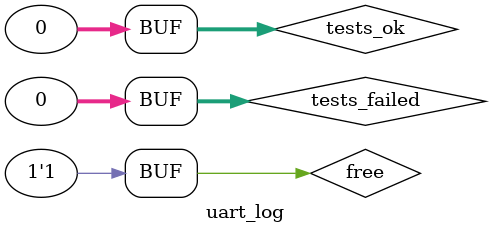
<source format=v>


// synopsys translate_off
`include "timescale.v"
// synopsys translate_on

module uart_log;


parameter testcase_name  = "";

integer report_log_file_desc;
integer verbose_log_file_desc;

reg     free;
integer tests_ok;
integer tests_failed;

initial free         = 1;
initial tests_ok     = 0;
initial tests_failed = 0;

task start_log;
  output ok_o;
begin
  report_log_file_desc  = $fopen({"../log/", testcase_name, "_report.log"});
  verbose_log_file_desc = $fopen({"../log/", testcase_name, "_verbose.log"});
  if ((report_log_file_desc == 0) || (verbose_log_file_desc == 0))
    ok_o = 1'b0;
  else
    ok_o = 1'b1;
end
endtask // start_log

task end_log;
begin
  report_add_delimiter;
  $fdisplay(report_log_file_desc, "TEST CASE execution summary:");
  $fdisplay(report_log_file_desc, "Number of tests PASSED=%0d", tests_ok);
  $fdisplay(report_log_file_desc, "Number of tests FAILED=%0d", tests_failed);
  $fdisplay(report_log_file_desc, "  Simulation End Time: %t", $time);
  report_add_delimiter;
  $fclose(report_log_file_desc);
  $fclose(verbose_log_file_desc);
end
endtask // end_log

task report_test_name;
  input [1599:0] test_i;
begin
  report_add_delimiter;
  $fdisplay(report_log_file_desc, "%0s", test_i);
end
endtask // report_test_name

task report_test_failed;
  input [7999:0] message_i;
begin
  $fdisplay(report_log_file_desc, "    FAILED!");
  $fdisplay(report_log_file_desc, "    Failure message: %0s.", message_i);
  $fdisplay(report_log_file_desc, "      Simulation Time: %t", $time);
end
endtask // report_test_failed

task report_test_ok;
begin
  $fdisplay(report_log_file_desc, "    PASSED!");
  $fdisplay(report_log_file_desc, "      Simulation Time: %t", $time);
end
endtask // report_test_ok

task report_add_delimiter;
begin
  $fdisplay(report_log_file_desc, "");
  $fdisplay(report_log_file_desc, "%0s", {75{"-"}});
  $fdisplay(report_log_file_desc, "");
end
endtask // report_add_delimiter

task report_add_text;
  input [7999:0] text_i;
begin
  $fdisplay(report_log_file_desc, "  %0s", text_i);
end
endtask // report_add_text

task verbose_test_name;
  input [1599:0] test_i;
begin
  free = 0;
  $fdisplay(verbose_log_file_desc, "");
  $fdisplay(verbose_log_file_desc, "%0s", {75{"-"}});
  $fdisplay(verbose_log_file_desc, "- %0s", test_i); 
  $fdisplay(verbose_log_file_desc, "%0s", {75{"-"}});
  $fdisplay(verbose_log_file_desc, "");
  free = 1;
end
endtask // verbose_test_name

task verbose_severe_err;
  input [7999:0] time_i;
  input [7999:0] severe_error_i;
begin
  free = 0;
  $fdisplay(verbose_log_file_desc, "%0s", time_i); 
  $fdisplay(verbose_log_file_desc, "*E, Reporting severe error:"); 
  $fdisplay(verbose_log_file_desc, "    %0s", severe_error_i);
  free = 1;
end
endtask // verbose_severe_err

task verbose_err;
  input [7999:0] time_i;
  input [7999:0] error_i;
begin
  free = 0;
  $fdisplay(verbose_log_file_desc, "%0s", time_i); 
  $fdisplay(verbose_log_file_desc, "*E, %0s", error_i);
  free = 1;
end
endtask // verbose_err

task verbose_wrn;
  input [7999:0] time_i;
  input [7999:0] warning_i;
begin
  free = 0;
  $fdisplay(verbose_log_file_desc, "%0s", time_i); 
  $fdisplay(verbose_log_file_desc, "*W, %0s", warning_i);
  free = 1;
end
endtask // verbose_wrn

task verbose_msg;
  input [7999:0] time_i;
  input [7999:0] message_i;
begin
  free = 0;
  $fdisplay(verbose_log_file_desc, "%0s", time_i); 
  $fdisplay(verbose_log_file_desc, "*N, %0s", message_i);
  free = 1;
end
endtask // verbose_msg

task verbose_val;
  input [7999:0] time_i;
  input [7999:0] message_i;
  input   [31:0] value_i;
begin
  free = 0;
  $fdisplay(verbose_log_file_desc, "%0s", time_i); 
  $fdisplay(verbose_log_file_desc, "*N, %0s %0h.", message_i, value_i);
  free = 1;
end
endtask // verbose_val


endmodule // uart_log


</source>
